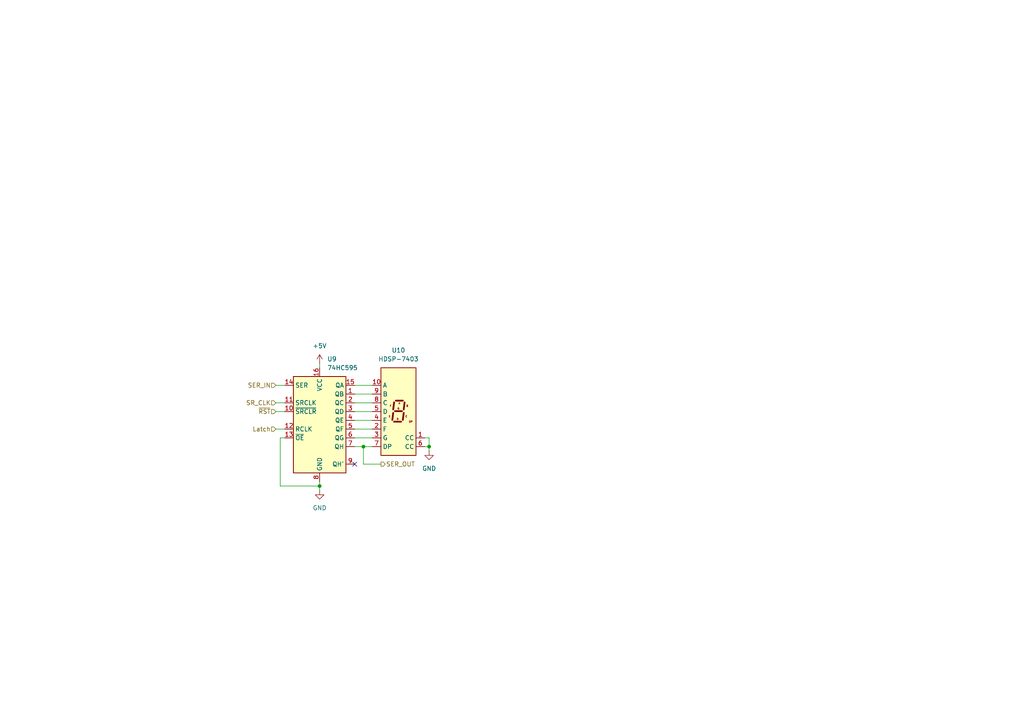
<source format=kicad_sch>
(kicad_sch
	(version 20231120)
	(generator "eeschema")
	(generator_version "8.0")
	(uuid "b2ccf508-9c34-420b-88a3-05edf638f9d8")
	(paper "A4")
	(lib_symbols
		(symbol "74xx:74HC595"
			(exclude_from_sim no)
			(in_bom yes)
			(on_board yes)
			(property "Reference" "U"
				(at -7.62 13.97 0)
				(effects
					(font
						(size 1.27 1.27)
					)
				)
			)
			(property "Value" "74HC595"
				(at -7.62 -16.51 0)
				(effects
					(font
						(size 1.27 1.27)
					)
				)
			)
			(property "Footprint" ""
				(at 0 0 0)
				(effects
					(font
						(size 1.27 1.27)
					)
					(hide yes)
				)
			)
			(property "Datasheet" "http://www.ti.com/lit/ds/symlink/sn74hc595.pdf"
				(at 0 0 0)
				(effects
					(font
						(size 1.27 1.27)
					)
					(hide yes)
				)
			)
			(property "Description" "8-bit serial in/out Shift Register 3-State Outputs"
				(at 0 0 0)
				(effects
					(font
						(size 1.27 1.27)
					)
					(hide yes)
				)
			)
			(property "ki_keywords" "HCMOS SR 3State"
				(at 0 0 0)
				(effects
					(font
						(size 1.27 1.27)
					)
					(hide yes)
				)
			)
			(property "ki_fp_filters" "DIP*W7.62mm* SOIC*3.9x9.9mm*P1.27mm* TSSOP*4.4x5mm*P0.65mm* SOIC*5.3x10.2mm*P1.27mm* SOIC*7.5x10.3mm*P1.27mm*"
				(at 0 0 0)
				(effects
					(font
						(size 1.27 1.27)
					)
					(hide yes)
				)
			)
			(symbol "74HC595_1_0"
				(pin tri_state line
					(at 10.16 7.62 180)
					(length 2.54)
					(name "QB"
						(effects
							(font
								(size 1.27 1.27)
							)
						)
					)
					(number "1"
						(effects
							(font
								(size 1.27 1.27)
							)
						)
					)
				)
				(pin input line
					(at -10.16 2.54 0)
					(length 2.54)
					(name "~{SRCLR}"
						(effects
							(font
								(size 1.27 1.27)
							)
						)
					)
					(number "10"
						(effects
							(font
								(size 1.27 1.27)
							)
						)
					)
				)
				(pin input line
					(at -10.16 5.08 0)
					(length 2.54)
					(name "SRCLK"
						(effects
							(font
								(size 1.27 1.27)
							)
						)
					)
					(number "11"
						(effects
							(font
								(size 1.27 1.27)
							)
						)
					)
				)
				(pin input line
					(at -10.16 -2.54 0)
					(length 2.54)
					(name "RCLK"
						(effects
							(font
								(size 1.27 1.27)
							)
						)
					)
					(number "12"
						(effects
							(font
								(size 1.27 1.27)
							)
						)
					)
				)
				(pin input line
					(at -10.16 -5.08 0)
					(length 2.54)
					(name "~{OE}"
						(effects
							(font
								(size 1.27 1.27)
							)
						)
					)
					(number "13"
						(effects
							(font
								(size 1.27 1.27)
							)
						)
					)
				)
				(pin input line
					(at -10.16 10.16 0)
					(length 2.54)
					(name "SER"
						(effects
							(font
								(size 1.27 1.27)
							)
						)
					)
					(number "14"
						(effects
							(font
								(size 1.27 1.27)
							)
						)
					)
				)
				(pin tri_state line
					(at 10.16 10.16 180)
					(length 2.54)
					(name "QA"
						(effects
							(font
								(size 1.27 1.27)
							)
						)
					)
					(number "15"
						(effects
							(font
								(size 1.27 1.27)
							)
						)
					)
				)
				(pin power_in line
					(at 0 15.24 270)
					(length 2.54)
					(name "VCC"
						(effects
							(font
								(size 1.27 1.27)
							)
						)
					)
					(number "16"
						(effects
							(font
								(size 1.27 1.27)
							)
						)
					)
				)
				(pin tri_state line
					(at 10.16 5.08 180)
					(length 2.54)
					(name "QC"
						(effects
							(font
								(size 1.27 1.27)
							)
						)
					)
					(number "2"
						(effects
							(font
								(size 1.27 1.27)
							)
						)
					)
				)
				(pin tri_state line
					(at 10.16 2.54 180)
					(length 2.54)
					(name "QD"
						(effects
							(font
								(size 1.27 1.27)
							)
						)
					)
					(number "3"
						(effects
							(font
								(size 1.27 1.27)
							)
						)
					)
				)
				(pin tri_state line
					(at 10.16 0 180)
					(length 2.54)
					(name "QE"
						(effects
							(font
								(size 1.27 1.27)
							)
						)
					)
					(number "4"
						(effects
							(font
								(size 1.27 1.27)
							)
						)
					)
				)
				(pin tri_state line
					(at 10.16 -2.54 180)
					(length 2.54)
					(name "QF"
						(effects
							(font
								(size 1.27 1.27)
							)
						)
					)
					(number "5"
						(effects
							(font
								(size 1.27 1.27)
							)
						)
					)
				)
				(pin tri_state line
					(at 10.16 -5.08 180)
					(length 2.54)
					(name "QG"
						(effects
							(font
								(size 1.27 1.27)
							)
						)
					)
					(number "6"
						(effects
							(font
								(size 1.27 1.27)
							)
						)
					)
				)
				(pin tri_state line
					(at 10.16 -7.62 180)
					(length 2.54)
					(name "QH"
						(effects
							(font
								(size 1.27 1.27)
							)
						)
					)
					(number "7"
						(effects
							(font
								(size 1.27 1.27)
							)
						)
					)
				)
				(pin power_in line
					(at 0 -17.78 90)
					(length 2.54)
					(name "GND"
						(effects
							(font
								(size 1.27 1.27)
							)
						)
					)
					(number "8"
						(effects
							(font
								(size 1.27 1.27)
							)
						)
					)
				)
				(pin output line
					(at 10.16 -12.7 180)
					(length 2.54)
					(name "QH'"
						(effects
							(font
								(size 1.27 1.27)
							)
						)
					)
					(number "9"
						(effects
							(font
								(size 1.27 1.27)
							)
						)
					)
				)
			)
			(symbol "74HC595_1_1"
				(rectangle
					(start -7.62 12.7)
					(end 7.62 -15.24)
					(stroke
						(width 0.254)
						(type default)
					)
					(fill
						(type background)
					)
				)
			)
		)
		(symbol "Display_Character:HDSP-7403"
			(exclude_from_sim no)
			(in_bom yes)
			(on_board yes)
			(property "Reference" "U"
				(at -3.81 13.97 0)
				(effects
					(font
						(size 1.27 1.27)
					)
				)
			)
			(property "Value" "HDSP-7403"
				(at 6.35 13.97 0)
				(effects
					(font
						(size 1.27 1.27)
					)
				)
			)
			(property "Footprint" "Display_7Segment:HDSP-7401"
				(at 0 -13.97 0)
				(effects
					(font
						(size 1.27 1.27)
					)
					(hide yes)
				)
			)
			(property "Datasheet" "https://docs.broadcom.com/docs/AV02-2553EN"
				(at 0 0 0)
				(effects
					(font
						(size 1.27 1.27)
					)
					(hide yes)
				)
			)
			(property "Description" "One digit 7 segment yellow, common cathode"
				(at 0 0 0)
				(effects
					(font
						(size 1.27 1.27)
					)
					(hide yes)
				)
			)
			(property "ki_keywords" "display LED 7-segment"
				(at 0 0 0)
				(effects
					(font
						(size 1.27 1.27)
					)
					(hide yes)
				)
			)
			(property "ki_fp_filters" "HDSP?7401*"
				(at 0 0 0)
				(effects
					(font
						(size 1.27 1.27)
					)
					(hide yes)
				)
			)
			(symbol "HDSP-7403_1_0"
				(text "A"
					(at 0.254 2.413 0)
					(effects
						(font
							(size 0.508 0.508)
						)
					)
				)
				(text "B"
					(at 2.54 1.651 0)
					(effects
						(font
							(size 0.508 0.508)
						)
					)
				)
				(text "C"
					(at 2.286 -1.397 0)
					(effects
						(font
							(size 0.508 0.508)
						)
					)
				)
				(text "D"
					(at -0.254 -2.159 0)
					(effects
						(font
							(size 0.508 0.508)
						)
					)
				)
				(text "DP"
					(at 3.556 -2.921 0)
					(effects
						(font
							(size 0.508 0.508)
						)
					)
				)
				(text "E"
					(at -2.54 -1.397 0)
					(effects
						(font
							(size 0.508 0.508)
						)
					)
				)
				(text "F"
					(at -2.286 1.651 0)
					(effects
						(font
							(size 0.508 0.508)
						)
					)
				)
				(text "G"
					(at 0 0.889 0)
					(effects
						(font
							(size 0.508 0.508)
						)
					)
				)
			)
			(symbol "HDSP-7403_1_1"
				(rectangle
					(start -5.08 12.7)
					(end 5.08 -12.7)
					(stroke
						(width 0.254)
						(type default)
					)
					(fill
						(type background)
					)
				)
				(polyline
					(pts
						(xy -1.524 -0.381) (xy -1.778 -2.413)
					)
					(stroke
						(width 0.508)
						(type default)
					)
					(fill
						(type none)
					)
				)
				(polyline
					(pts
						(xy -1.27 -2.921) (xy 0.762 -2.921)
					)
					(stroke
						(width 0.508)
						(type default)
					)
					(fill
						(type none)
					)
				)
				(polyline
					(pts
						(xy -1.27 2.667) (xy -1.524 0.635)
					)
					(stroke
						(width 0.508)
						(type default)
					)
					(fill
						(type none)
					)
				)
				(polyline
					(pts
						(xy -1.016 0.127) (xy 1.016 0.127)
					)
					(stroke
						(width 0.508)
						(type default)
					)
					(fill
						(type none)
					)
				)
				(polyline
					(pts
						(xy -0.762 3.175) (xy 1.27 3.175)
					)
					(stroke
						(width 0.508)
						(type default)
					)
					(fill
						(type none)
					)
				)
				(polyline
					(pts
						(xy 1.524 -0.381) (xy 1.27 -2.413)
					)
					(stroke
						(width 0.508)
						(type default)
					)
					(fill
						(type none)
					)
				)
				(polyline
					(pts
						(xy 1.778 2.667) (xy 1.524 0.635)
					)
					(stroke
						(width 0.508)
						(type default)
					)
					(fill
						(type none)
					)
				)
				(polyline
					(pts
						(xy 2.54 -2.921) (xy 2.54 -2.921)
					)
					(stroke
						(width 0.508)
						(type default)
					)
					(fill
						(type none)
					)
				)
				(pin input line
					(at 7.62 -7.62 180)
					(length 2.54)
					(name "CC"
						(effects
							(font
								(size 1.27 1.27)
							)
						)
					)
					(number "1"
						(effects
							(font
								(size 1.27 1.27)
							)
						)
					)
				)
				(pin input line
					(at -7.62 7.62 0)
					(length 2.54)
					(name "A"
						(effects
							(font
								(size 1.27 1.27)
							)
						)
					)
					(number "10"
						(effects
							(font
								(size 1.27 1.27)
							)
						)
					)
				)
				(pin input line
					(at -7.62 -5.08 0)
					(length 2.54)
					(name "F"
						(effects
							(font
								(size 1.27 1.27)
							)
						)
					)
					(number "2"
						(effects
							(font
								(size 1.27 1.27)
							)
						)
					)
				)
				(pin input line
					(at -7.62 -7.62 0)
					(length 2.54)
					(name "G"
						(effects
							(font
								(size 1.27 1.27)
							)
						)
					)
					(number "3"
						(effects
							(font
								(size 1.27 1.27)
							)
						)
					)
				)
				(pin input line
					(at -7.62 -2.54 0)
					(length 2.54)
					(name "E"
						(effects
							(font
								(size 1.27 1.27)
							)
						)
					)
					(number "4"
						(effects
							(font
								(size 1.27 1.27)
							)
						)
					)
				)
				(pin input line
					(at -7.62 0 0)
					(length 2.54)
					(name "D"
						(effects
							(font
								(size 1.27 1.27)
							)
						)
					)
					(number "5"
						(effects
							(font
								(size 1.27 1.27)
							)
						)
					)
				)
				(pin input line
					(at 7.62 -10.16 180)
					(length 2.54)
					(name "CC"
						(effects
							(font
								(size 1.27 1.27)
							)
						)
					)
					(number "6"
						(effects
							(font
								(size 1.27 1.27)
							)
						)
					)
				)
				(pin input line
					(at -7.62 -10.16 0)
					(length 2.54)
					(name "DP"
						(effects
							(font
								(size 1.27 1.27)
							)
						)
					)
					(number "7"
						(effects
							(font
								(size 1.27 1.27)
							)
						)
					)
				)
				(pin input line
					(at -7.62 2.54 0)
					(length 2.54)
					(name "C"
						(effects
							(font
								(size 1.27 1.27)
							)
						)
					)
					(number "8"
						(effects
							(font
								(size 1.27 1.27)
							)
						)
					)
				)
				(pin input line
					(at -7.62 5.08 0)
					(length 2.54)
					(name "B"
						(effects
							(font
								(size 1.27 1.27)
							)
						)
					)
					(number "9"
						(effects
							(font
								(size 1.27 1.27)
							)
						)
					)
				)
			)
		)
		(symbol "power:+5V"
			(power)
			(pin_numbers hide)
			(pin_names
				(offset 0) hide)
			(exclude_from_sim no)
			(in_bom yes)
			(on_board yes)
			(property "Reference" "#PWR"
				(at 0 -3.81 0)
				(effects
					(font
						(size 1.27 1.27)
					)
					(hide yes)
				)
			)
			(property "Value" "+5V"
				(at 0 3.556 0)
				(effects
					(font
						(size 1.27 1.27)
					)
				)
			)
			(property "Footprint" ""
				(at 0 0 0)
				(effects
					(font
						(size 1.27 1.27)
					)
					(hide yes)
				)
			)
			(property "Datasheet" ""
				(at 0 0 0)
				(effects
					(font
						(size 1.27 1.27)
					)
					(hide yes)
				)
			)
			(property "Description" "Power symbol creates a global label with name \"+5V\""
				(at 0 0 0)
				(effects
					(font
						(size 1.27 1.27)
					)
					(hide yes)
				)
			)
			(property "ki_keywords" "global power"
				(at 0 0 0)
				(effects
					(font
						(size 1.27 1.27)
					)
					(hide yes)
				)
			)
			(symbol "+5V_0_1"
				(polyline
					(pts
						(xy -0.762 1.27) (xy 0 2.54)
					)
					(stroke
						(width 0)
						(type default)
					)
					(fill
						(type none)
					)
				)
				(polyline
					(pts
						(xy 0 0) (xy 0 2.54)
					)
					(stroke
						(width 0)
						(type default)
					)
					(fill
						(type none)
					)
				)
				(polyline
					(pts
						(xy 0 2.54) (xy 0.762 1.27)
					)
					(stroke
						(width 0)
						(type default)
					)
					(fill
						(type none)
					)
				)
			)
			(symbol "+5V_1_1"
				(pin power_in line
					(at 0 0 90)
					(length 0)
					(name "~"
						(effects
							(font
								(size 1.27 1.27)
							)
						)
					)
					(number "1"
						(effects
							(font
								(size 1.27 1.27)
							)
						)
					)
				)
			)
		)
		(symbol "power:GND"
			(power)
			(pin_numbers hide)
			(pin_names
				(offset 0) hide)
			(exclude_from_sim no)
			(in_bom yes)
			(on_board yes)
			(property "Reference" "#PWR"
				(at 0 -6.35 0)
				(effects
					(font
						(size 1.27 1.27)
					)
					(hide yes)
				)
			)
			(property "Value" "GND"
				(at 0 -3.81 0)
				(effects
					(font
						(size 1.27 1.27)
					)
				)
			)
			(property "Footprint" ""
				(at 0 0 0)
				(effects
					(font
						(size 1.27 1.27)
					)
					(hide yes)
				)
			)
			(property "Datasheet" ""
				(at 0 0 0)
				(effects
					(font
						(size 1.27 1.27)
					)
					(hide yes)
				)
			)
			(property "Description" "Power symbol creates a global label with name \"GND\" , ground"
				(at 0 0 0)
				(effects
					(font
						(size 1.27 1.27)
					)
					(hide yes)
				)
			)
			(property "ki_keywords" "global power"
				(at 0 0 0)
				(effects
					(font
						(size 1.27 1.27)
					)
					(hide yes)
				)
			)
			(symbol "GND_0_1"
				(polyline
					(pts
						(xy 0 0) (xy 0 -1.27) (xy 1.27 -1.27) (xy 0 -2.54) (xy -1.27 -1.27) (xy 0 -1.27)
					)
					(stroke
						(width 0)
						(type default)
					)
					(fill
						(type none)
					)
				)
			)
			(symbol "GND_1_1"
				(pin power_in line
					(at 0 0 270)
					(length 0)
					(name "~"
						(effects
							(font
								(size 1.27 1.27)
							)
						)
					)
					(number "1"
						(effects
							(font
								(size 1.27 1.27)
							)
						)
					)
				)
			)
		)
	)
	(junction
		(at 92.71 140.97)
		(diameter 0)
		(color 0 0 0 0)
		(uuid "5fee29d6-6fbc-4d40-b026-4ae51a5e02ab")
	)
	(junction
		(at 124.46 129.54)
		(diameter 0)
		(color 0 0 0 0)
		(uuid "b3b7e6c7-7bf2-4ce2-913c-948a7f551247")
	)
	(junction
		(at 105.41 129.54)
		(diameter 0)
		(color 0 0 0 0)
		(uuid "efc4e45f-e986-470e-a63b-39cb1b2021a5")
	)
	(no_connect
		(at 102.87 134.62)
		(uuid "7147c2d5-1beb-4a49-86b0-d490b732e546")
	)
	(wire
		(pts
			(xy 123.19 129.54) (xy 124.46 129.54)
		)
		(stroke
			(width 0)
			(type default)
		)
		(uuid "12e36b0c-ba13-4428-b120-ceb6d11c1565")
	)
	(wire
		(pts
			(xy 80.01 116.84) (xy 82.55 116.84)
		)
		(stroke
			(width 0)
			(type default)
		)
		(uuid "14cf16f3-97ce-40c0-b1c1-d57d414407dd")
	)
	(wire
		(pts
			(xy 81.28 140.97) (xy 92.71 140.97)
		)
		(stroke
			(width 0)
			(type default)
		)
		(uuid "16b494e1-d444-47e7-ba55-8422ddb3e601")
	)
	(wire
		(pts
			(xy 124.46 129.54) (xy 124.46 127)
		)
		(stroke
			(width 0)
			(type default)
		)
		(uuid "2b5a0b73-9499-4654-9b20-e55fa434bda2")
	)
	(wire
		(pts
			(xy 92.71 105.41) (xy 92.71 106.68)
		)
		(stroke
			(width 0)
			(type default)
		)
		(uuid "2c0b5847-cd4c-4b51-a5db-e055157682f2")
	)
	(wire
		(pts
			(xy 102.87 121.92) (xy 107.95 121.92)
		)
		(stroke
			(width 0)
			(type default)
		)
		(uuid "3401bbde-2c93-4a73-9d0f-fadab1f1230a")
	)
	(wire
		(pts
			(xy 80.01 111.76) (xy 82.55 111.76)
		)
		(stroke
			(width 0)
			(type default)
		)
		(uuid "36d497e1-a614-4878-8897-0b03db857ee2")
	)
	(wire
		(pts
			(xy 102.87 119.38) (xy 107.95 119.38)
		)
		(stroke
			(width 0)
			(type default)
		)
		(uuid "374ad28f-811b-4658-9025-8e9c1235f953")
	)
	(wire
		(pts
			(xy 92.71 139.7) (xy 92.71 140.97)
		)
		(stroke
			(width 0)
			(type default)
		)
		(uuid "3b3d656f-b45e-4c29-b260-d510185d147c")
	)
	(wire
		(pts
			(xy 102.87 124.46) (xy 107.95 124.46)
		)
		(stroke
			(width 0)
			(type default)
		)
		(uuid "3f9709d8-d44a-4ac6-83f5-39f9b1e59226")
	)
	(wire
		(pts
			(xy 102.87 114.3) (xy 107.95 114.3)
		)
		(stroke
			(width 0)
			(type default)
		)
		(uuid "409462eb-3b0d-421a-a458-3d4fa9c6e059")
	)
	(wire
		(pts
			(xy 102.87 111.76) (xy 107.95 111.76)
		)
		(stroke
			(width 0)
			(type default)
		)
		(uuid "4fc79fb0-a586-4485-9aea-78a9f52031cc")
	)
	(wire
		(pts
			(xy 80.01 119.38) (xy 82.55 119.38)
		)
		(stroke
			(width 0)
			(type default)
		)
		(uuid "53cbe82d-b9ca-4e8d-9a9d-87876d358b20")
	)
	(wire
		(pts
			(xy 105.41 129.54) (xy 107.95 129.54)
		)
		(stroke
			(width 0)
			(type default)
		)
		(uuid "6918b409-0af9-4732-a90f-24731e69846d")
	)
	(wire
		(pts
			(xy 105.41 134.62) (xy 105.41 129.54)
		)
		(stroke
			(width 0)
			(type default)
		)
		(uuid "73b6c5b2-085c-4699-ac47-5c7c4a008809")
	)
	(wire
		(pts
			(xy 92.71 142.24) (xy 92.71 140.97)
		)
		(stroke
			(width 0)
			(type default)
		)
		(uuid "7ed28f62-8c64-4cb2-b646-72c52f6626c6")
	)
	(wire
		(pts
			(xy 80.01 124.46) (xy 82.55 124.46)
		)
		(stroke
			(width 0)
			(type default)
		)
		(uuid "86e70b5b-e60f-4a12-942b-ea88d49eca2b")
	)
	(wire
		(pts
			(xy 102.87 127) (xy 107.95 127)
		)
		(stroke
			(width 0)
			(type default)
		)
		(uuid "a191507c-1d6d-46e6-889b-08a2b8a3bbae")
	)
	(wire
		(pts
			(xy 102.87 129.54) (xy 105.41 129.54)
		)
		(stroke
			(width 0)
			(type default)
		)
		(uuid "a8ae91e2-6310-43dd-8c4d-f0623e13c24e")
	)
	(wire
		(pts
			(xy 124.46 127) (xy 123.19 127)
		)
		(stroke
			(width 0)
			(type default)
		)
		(uuid "b1e390da-b1e2-46e1-9b2f-0c8ffddc79c1")
	)
	(wire
		(pts
			(xy 81.28 127) (xy 81.28 140.97)
		)
		(stroke
			(width 0)
			(type default)
		)
		(uuid "cfd2f8b8-63bd-4633-8452-073c16ae0bfb")
	)
	(wire
		(pts
			(xy 82.55 127) (xy 81.28 127)
		)
		(stroke
			(width 0)
			(type default)
		)
		(uuid "da5de3db-5d4c-4d12-8853-e9fc75c39bac")
	)
	(wire
		(pts
			(xy 102.87 116.84) (xy 107.95 116.84)
		)
		(stroke
			(width 0)
			(type default)
		)
		(uuid "e5b5512b-7fa1-42aa-8a2a-b8f56ab64a77")
	)
	(wire
		(pts
			(xy 110.49 134.62) (xy 105.41 134.62)
		)
		(stroke
			(width 0)
			(type default)
		)
		(uuid "e7bbf2e2-fe28-4d8e-a6ea-2ab88dcf11d2")
	)
	(wire
		(pts
			(xy 124.46 130.81) (xy 124.46 129.54)
		)
		(stroke
			(width 0)
			(type default)
		)
		(uuid "e864a3db-1258-4887-a2fa-8b3cb02dae2f")
	)
	(hierarchical_label "SR_CLK"
		(shape input)
		(at 80.01 116.84 180)
		(fields_autoplaced yes)
		(effects
			(font
				(size 1.27 1.27)
			)
			(justify right)
		)
		(uuid "33978d8e-b893-4cb6-85db-52cd7f8c0c98")
	)
	(hierarchical_label "SER_OUT"
		(shape output)
		(at 110.49 134.62 0)
		(fields_autoplaced yes)
		(effects
			(font
				(size 1.27 1.27)
			)
			(justify left)
		)
		(uuid "42db6b82-d527-4115-87ad-3a0f409950bf")
	)
	(hierarchical_label "~{RST}"
		(shape input)
		(at 80.01 119.38 180)
		(fields_autoplaced yes)
		(effects
			(font
				(size 1.27 1.27)
			)
			(justify right)
		)
		(uuid "74680338-652b-4426-a752-fbc0b5092c07")
	)
	(hierarchical_label "SER_IN"
		(shape input)
		(at 80.01 111.76 180)
		(fields_autoplaced yes)
		(effects
			(font
				(size 1.27 1.27)
			)
			(justify right)
		)
		(uuid "75be5cdd-f108-493f-b683-d30346d48268")
	)
	(hierarchical_label "Latch"
		(shape input)
		(at 80.01 124.46 180)
		(fields_autoplaced yes)
		(effects
			(font
				(size 1.27 1.27)
			)
			(justify right)
		)
		(uuid "9db9c482-10b6-49a2-b359-e562b2a69f2c")
	)
	(symbol
		(lib_id "power:+5V")
		(at 92.71 105.41 0)
		(unit 1)
		(exclude_from_sim no)
		(in_bom yes)
		(on_board yes)
		(dnp no)
		(fields_autoplaced yes)
		(uuid "7595581c-e3dc-40a7-ab65-2f7efe4fa601")
		(property "Reference" "#PWR012"
			(at 92.71 109.22 0)
			(effects
				(font
					(size 1.27 1.27)
				)
				(hide yes)
			)
		)
		(property "Value" "+5V"
			(at 92.71 100.33 0)
			(effects
				(font
					(size 1.27 1.27)
				)
			)
		)
		(property "Footprint" ""
			(at 92.71 105.41 0)
			(effects
				(font
					(size 1.27 1.27)
				)
				(hide yes)
			)
		)
		(property "Datasheet" ""
			(at 92.71 105.41 0)
			(effects
				(font
					(size 1.27 1.27)
				)
				(hide yes)
			)
		)
		(property "Description" "Power symbol creates a global label with name \"+5V\""
			(at 92.71 105.41 0)
			(effects
				(font
					(size 1.27 1.27)
				)
				(hide yes)
			)
		)
		(pin "1"
			(uuid "6f4236ba-5ddb-461d-b280-3c7526f43986")
		)
		(instances
			(project "Output"
				(path "/02a99fb8-2048-4cc8-b7aa-813268289b08/ac84326f-8e35-4922-ad5d-170f017a2aed/1de1b698-6f11-42ef-b753-7cf62e46ba17"
					(reference "#PWR018")
					(unit 1)
				)
				(path "/02a99fb8-2048-4cc8-b7aa-813268289b08/ac84326f-8e35-4922-ad5d-170f017a2aed/4ca4684f-5943-401f-ba32-bc7fd1806244"
					(reference "#PWR015")
					(unit 1)
				)
				(path "/02a99fb8-2048-4cc8-b7aa-813268289b08/ac84326f-8e35-4922-ad5d-170f017a2aed/829bbd52-3ad2-4fd6-a907-3ff9ff187d62"
					(reference "#PWR09")
					(unit 1)
				)
				(path "/02a99fb8-2048-4cc8-b7aa-813268289b08/ac84326f-8e35-4922-ad5d-170f017a2aed/f74b3d93-1b03-45c1-a730-4f8a86419698"
					(reference "#PWR012")
					(unit 1)
				)
			)
		)
	)
	(symbol
		(lib_id "74xx:74HC595")
		(at 92.71 121.92 0)
		(unit 1)
		(exclude_from_sim no)
		(in_bom yes)
		(on_board yes)
		(dnp no)
		(fields_autoplaced yes)
		(uuid "7e046578-2e9a-4997-825d-b7b298b6115d")
		(property "Reference" "U3"
			(at 94.9041 104.14 0)
			(effects
				(font
					(size 1.27 1.27)
				)
				(justify left)
			)
		)
		(property "Value" "74HC595"
			(at 94.9041 106.68 0)
			(effects
				(font
					(size 1.27 1.27)
				)
				(justify left)
			)
		)
		(property "Footprint" "Package_DIP:DIP-16_W7.62mm"
			(at 92.71 121.92 0)
			(effects
				(font
					(size 1.27 1.27)
				)
				(hide yes)
			)
		)
		(property "Datasheet" "http://www.ti.com/lit/ds/symlink/sn74hc595.pdf"
			(at 92.71 121.92 0)
			(effects
				(font
					(size 1.27 1.27)
				)
				(hide yes)
			)
		)
		(property "Description" "8-bit serial in/out Shift Register 3-State Outputs"
			(at 92.71 121.92 0)
			(effects
				(font
					(size 1.27 1.27)
				)
				(hide yes)
			)
		)
		(pin "1"
			(uuid "2ff27058-6a76-4c05-b209-ebbc918a391b")
		)
		(pin "15"
			(uuid "e5aa4532-8d73-4fea-bcaf-990e4b55bd54")
		)
		(pin "14"
			(uuid "39f8b307-5d9d-49e6-a33c-bed185208de2")
		)
		(pin "4"
			(uuid "b8b3e456-1732-47e8-8bd0-1bd989a8f503")
		)
		(pin "7"
			(uuid "5cc93f43-259e-41c9-a625-62f62be1dde6")
		)
		(pin "5"
			(uuid "47f13b03-26ca-4325-b7c0-d005710eec97")
		)
		(pin "13"
			(uuid "30f1a968-eef2-4705-b974-37515a1e4756")
		)
		(pin "16"
			(uuid "9eb08732-e043-4c89-975a-32760f76d6aa")
		)
		(pin "2"
			(uuid "9237f949-31c7-428e-95c9-a22d3b91aee2")
		)
		(pin "9"
			(uuid "b2df016c-6d3f-4ec4-9b94-24ce1f085d20")
		)
		(pin "8"
			(uuid "00106693-abf4-493c-aee1-bc9ae7166570")
		)
		(pin "12"
			(uuid "a4283192-075c-4373-b140-c8a639cd5ef8")
		)
		(pin "6"
			(uuid "15edc47d-7b03-4b94-bebc-e36355bb1e3a")
		)
		(pin "3"
			(uuid "cb306417-f3c1-4550-a2e6-ac41e07e2d79")
		)
		(pin "10"
			(uuid "ca735ddf-b4be-492c-8c32-3f6c9b4595a3")
		)
		(pin "11"
			(uuid "1e3ff4e7-87fe-48d3-8813-c3f74f3fbfbd")
		)
		(instances
			(project "Output"
				(path "/02a99fb8-2048-4cc8-b7aa-813268289b08/ac84326f-8e35-4922-ad5d-170f017a2aed/1de1b698-6f11-42ef-b753-7cf62e46ba17"
					(reference "U9")
					(unit 1)
				)
				(path "/02a99fb8-2048-4cc8-b7aa-813268289b08/ac84326f-8e35-4922-ad5d-170f017a2aed/4ca4684f-5943-401f-ba32-bc7fd1806244"
					(reference "U7")
					(unit 1)
				)
				(path "/02a99fb8-2048-4cc8-b7aa-813268289b08/ac84326f-8e35-4922-ad5d-170f017a2aed/829bbd52-3ad2-4fd6-a907-3ff9ff187d62"
					(reference "U3")
					(unit 1)
				)
				(path "/02a99fb8-2048-4cc8-b7aa-813268289b08/ac84326f-8e35-4922-ad5d-170f017a2aed/f74b3d93-1b03-45c1-a730-4f8a86419698"
					(reference "U5")
					(unit 1)
				)
			)
		)
	)
	(symbol
		(lib_id "power:GND")
		(at 92.71 142.24 0)
		(unit 1)
		(exclude_from_sim no)
		(in_bom yes)
		(on_board yes)
		(dnp no)
		(fields_autoplaced yes)
		(uuid "a0eb099e-6723-4e5e-ba0e-c6d5677d7638")
		(property "Reference" "#PWR010"
			(at 92.71 148.59 0)
			(effects
				(font
					(size 1.27 1.27)
				)
				(hide yes)
			)
		)
		(property "Value" "GND"
			(at 92.71 147.32 0)
			(effects
				(font
					(size 1.27 1.27)
				)
			)
		)
		(property "Footprint" ""
			(at 92.71 142.24 0)
			(effects
				(font
					(size 1.27 1.27)
				)
				(hide yes)
			)
		)
		(property "Datasheet" ""
			(at 92.71 142.24 0)
			(effects
				(font
					(size 1.27 1.27)
				)
				(hide yes)
			)
		)
		(property "Description" "Power symbol creates a global label with name \"GND\" , ground"
			(at 92.71 142.24 0)
			(effects
				(font
					(size 1.27 1.27)
				)
				(hide yes)
			)
		)
		(pin "1"
			(uuid "12873b86-863d-4b28-8ab6-86a7aab6d28d")
		)
		(instances
			(project "Output"
				(path "/02a99fb8-2048-4cc8-b7aa-813268289b08/ac84326f-8e35-4922-ad5d-170f017a2aed/1de1b698-6f11-42ef-b753-7cf62e46ba17"
					(reference "#PWR019")
					(unit 1)
				)
				(path "/02a99fb8-2048-4cc8-b7aa-813268289b08/ac84326f-8e35-4922-ad5d-170f017a2aed/4ca4684f-5943-401f-ba32-bc7fd1806244"
					(reference "#PWR016")
					(unit 1)
				)
				(path "/02a99fb8-2048-4cc8-b7aa-813268289b08/ac84326f-8e35-4922-ad5d-170f017a2aed/829bbd52-3ad2-4fd6-a907-3ff9ff187d62"
					(reference "#PWR010")
					(unit 1)
				)
				(path "/02a99fb8-2048-4cc8-b7aa-813268289b08/ac84326f-8e35-4922-ad5d-170f017a2aed/f74b3d93-1b03-45c1-a730-4f8a86419698"
					(reference "#PWR013")
					(unit 1)
				)
			)
		)
	)
	(symbol
		(lib_id "Display_Character:HDSP-7403")
		(at 115.57 119.38 0)
		(unit 1)
		(exclude_from_sim no)
		(in_bom yes)
		(on_board yes)
		(dnp no)
		(fields_autoplaced yes)
		(uuid "c2c90d42-46be-4461-a9b0-e729b8316bb9")
		(property "Reference" "U6"
			(at 115.57 101.6 0)
			(effects
				(font
					(size 1.27 1.27)
				)
			)
		)
		(property "Value" "HDSP-7403"
			(at 115.57 104.14 0)
			(effects
				(font
					(size 1.27 1.27)
				)
			)
		)
		(property "Footprint" "Display_7Segment:HDSP-7401"
			(at 115.57 133.35 0)
			(effects
				(font
					(size 1.27 1.27)
				)
				(hide yes)
			)
		)
		(property "Datasheet" "https://docs.broadcom.com/docs/AV02-2553EN"
			(at 115.57 119.38 0)
			(effects
				(font
					(size 1.27 1.27)
				)
				(hide yes)
			)
		)
		(property "Description" "One digit 7 segment yellow, common cathode"
			(at 115.57 119.38 0)
			(effects
				(font
					(size 1.27 1.27)
				)
				(hide yes)
			)
		)
		(pin "1"
			(uuid "11d73961-cdfe-416c-9fd0-64a234e48bc5")
		)
		(pin "2"
			(uuid "4440f8f7-6da7-4ed7-8ca6-0fad47ce5dfe")
		)
		(pin "8"
			(uuid "032751db-4894-4496-9b0d-dcc6f65eb8cf")
		)
		(pin "4"
			(uuid "34d27142-dc12-4d94-8ba9-98bac9b19328")
		)
		(pin "6"
			(uuid "9092d810-6640-4a2c-951a-10f9111d5f7b")
		)
		(pin "3"
			(uuid "a6fe7ca8-7604-4f4b-aa92-f14f9c93adbb")
		)
		(pin "9"
			(uuid "964f9f50-049d-478c-82b8-9d7505bc3bbc")
		)
		(pin "5"
			(uuid "520b4675-d783-47e5-a7dc-c5f85dfe74b6")
		)
		(pin "7"
			(uuid "ec578dee-85c8-46e5-97c6-49dfcbf6efa0")
		)
		(pin "10"
			(uuid "0b6b1e33-3f0a-4734-a876-4e6dc22fca36")
		)
		(instances
			(project "Output"
				(path "/02a99fb8-2048-4cc8-b7aa-813268289b08/ac84326f-8e35-4922-ad5d-170f017a2aed/1de1b698-6f11-42ef-b753-7cf62e46ba17"
					(reference "U10")
					(unit 1)
				)
				(path "/02a99fb8-2048-4cc8-b7aa-813268289b08/ac84326f-8e35-4922-ad5d-170f017a2aed/4ca4684f-5943-401f-ba32-bc7fd1806244"
					(reference "U8")
					(unit 1)
				)
				(path "/02a99fb8-2048-4cc8-b7aa-813268289b08/ac84326f-8e35-4922-ad5d-170f017a2aed/829bbd52-3ad2-4fd6-a907-3ff9ff187d62"
					(reference "U4")
					(unit 1)
				)
				(path "/02a99fb8-2048-4cc8-b7aa-813268289b08/ac84326f-8e35-4922-ad5d-170f017a2aed/f74b3d93-1b03-45c1-a730-4f8a86419698"
					(reference "U6")
					(unit 1)
				)
			)
		)
	)
	(symbol
		(lib_id "power:GND")
		(at 124.46 130.81 0)
		(unit 1)
		(exclude_from_sim no)
		(in_bom yes)
		(on_board yes)
		(dnp no)
		(fields_autoplaced yes)
		(uuid "c8a39750-c582-422c-b121-fbd8f61b6107")
		(property "Reference" "#PWR014"
			(at 124.46 137.16 0)
			(effects
				(font
					(size 1.27 1.27)
				)
				(hide yes)
			)
		)
		(property "Value" "GND"
			(at 124.46 135.89 0)
			(effects
				(font
					(size 1.27 1.27)
				)
			)
		)
		(property "Footprint" ""
			(at 124.46 130.81 0)
			(effects
				(font
					(size 1.27 1.27)
				)
				(hide yes)
			)
		)
		(property "Datasheet" ""
			(at 124.46 130.81 0)
			(effects
				(font
					(size 1.27 1.27)
				)
				(hide yes)
			)
		)
		(property "Description" "Power symbol creates a global label with name \"GND\" , ground"
			(at 124.46 130.81 0)
			(effects
				(font
					(size 1.27 1.27)
				)
				(hide yes)
			)
		)
		(pin "1"
			(uuid "dd75a389-8fa2-43d4-9274-fd24a707f3d4")
		)
		(instances
			(project "Output"
				(path "/02a99fb8-2048-4cc8-b7aa-813268289b08/ac84326f-8e35-4922-ad5d-170f017a2aed/1de1b698-6f11-42ef-b753-7cf62e46ba17"
					(reference "#PWR020")
					(unit 1)
				)
				(path "/02a99fb8-2048-4cc8-b7aa-813268289b08/ac84326f-8e35-4922-ad5d-170f017a2aed/4ca4684f-5943-401f-ba32-bc7fd1806244"
					(reference "#PWR017")
					(unit 1)
				)
				(path "/02a99fb8-2048-4cc8-b7aa-813268289b08/ac84326f-8e35-4922-ad5d-170f017a2aed/829bbd52-3ad2-4fd6-a907-3ff9ff187d62"
					(reference "#PWR011")
					(unit 1)
				)
				(path "/02a99fb8-2048-4cc8-b7aa-813268289b08/ac84326f-8e35-4922-ad5d-170f017a2aed/f74b3d93-1b03-45c1-a730-4f8a86419698"
					(reference "#PWR014")
					(unit 1)
				)
			)
		)
	)
)

</source>
